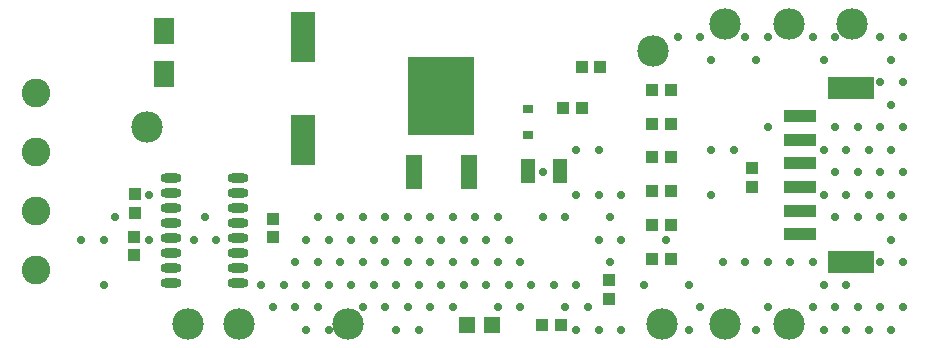
<source format=gts>
G04*
G04 #@! TF.GenerationSoftware,Altium Limited,Altium Designer,20.0.14 (345)*
G04*
G04 Layer_Color=8388736*
%FSAX25Y25*%
%MOIN*%
G70*
G01*
G75*
%ADD28R,0.04437X0.04043*%
%ADD29R,0.04043X0.04437*%
%ADD30R,0.03768X0.02980*%
%ADD31R,0.04700X0.08200*%
%ADD32O,0.06996X0.03059*%
%ADD33R,0.05224X0.05224*%
%ADD34R,0.05421X0.11721*%
%ADD35R,0.22350X0.26091*%
%ADD36R,0.11130X0.04437*%
%ADD37R,0.15461X0.07587*%
%ADD38R,0.06917X0.09084*%
%ADD39R,0.08374X0.16642*%
%ADD40C,0.10500*%
%ADD41C,0.09555*%
%ADD42C,0.02900*%
%ADD43C,0.05500*%
D28*
X0213500Y0024150D02*
D03*
Y0017850D02*
D03*
X0261000Y0061500D02*
D03*
Y0055201D02*
D03*
X0101500Y0044650D02*
D03*
Y0038350D02*
D03*
X0055232Y0046538D02*
D03*
Y0052837D02*
D03*
X0055000Y0038650D02*
D03*
Y0032350D02*
D03*
D29*
X0210500Y0095000D02*
D03*
X0204201D02*
D03*
X0204299Y0081500D02*
D03*
X0198000D02*
D03*
X0227701Y0053700D02*
D03*
X0234000D02*
D03*
X0197299Y0009000D02*
D03*
X0191000D02*
D03*
X0234000Y0065000D02*
D03*
X0227701D02*
D03*
Y0042600D02*
D03*
X0234000D02*
D03*
X0227701Y0076300D02*
D03*
X0234000D02*
D03*
X0227701Y0087600D02*
D03*
X0234000D02*
D03*
X0227701Y0031100D02*
D03*
X0234000D02*
D03*
D30*
X0186500Y0081279D02*
D03*
Y0072500D02*
D03*
D31*
X0197000Y0060500D02*
D03*
X0186500D02*
D03*
D32*
X0067378Y0058000D02*
D03*
Y0053000D02*
D03*
Y0048000D02*
D03*
Y0043000D02*
D03*
Y0038000D02*
D03*
Y0033000D02*
D03*
Y0028000D02*
D03*
Y0023000D02*
D03*
X0089622Y0058000D02*
D03*
Y0053000D02*
D03*
Y0048000D02*
D03*
Y0043000D02*
D03*
Y0038000D02*
D03*
Y0033000D02*
D03*
Y0028000D02*
D03*
Y0023000D02*
D03*
D33*
X0174268Y0009000D02*
D03*
X0166000D02*
D03*
D34*
X0148315Y0060240D02*
D03*
X0166622D02*
D03*
D35*
X0157468Y0085437D02*
D03*
D36*
X0276870Y0039370D02*
D03*
Y0047244D02*
D03*
Y0055118D02*
D03*
Y0078740D02*
D03*
Y0070866D02*
D03*
Y0062992D02*
D03*
D37*
X0293996Y0087992D02*
D03*
Y0030118D02*
D03*
D38*
X0065000Y0107312D02*
D03*
Y0092688D02*
D03*
D39*
X0111500Y0070874D02*
D03*
Y0105126D02*
D03*
D40*
X0294500Y0109500D02*
D03*
X0273333Y0009500D02*
D03*
X0252167D02*
D03*
X0231000D02*
D03*
X0090000D02*
D03*
X0059500Y0075000D02*
D03*
X0073000Y0009500D02*
D03*
X0252167Y0109500D02*
D03*
X0273333D02*
D03*
X0228000Y0100500D02*
D03*
X0126500Y0009500D02*
D03*
D41*
X0022500Y0086583D02*
D03*
Y0066898D02*
D03*
Y0027528D02*
D03*
Y0047213D02*
D03*
D42*
X0311250Y0105000D02*
D03*
X0307500Y0097500D02*
D03*
X0311250Y0090000D02*
D03*
X0307500Y0082500D02*
D03*
X0311250Y0075000D02*
D03*
X0307500Y0067500D02*
D03*
X0311250Y0060000D02*
D03*
X0307500Y0052500D02*
D03*
X0311250Y0045000D02*
D03*
X0307500Y0037500D02*
D03*
X0311250Y0030000D02*
D03*
Y0015000D02*
D03*
X0307500Y0007500D02*
D03*
X0303750Y0105000D02*
D03*
Y0090000D02*
D03*
Y0075000D02*
D03*
X0300000Y0067500D02*
D03*
X0303750Y0060000D02*
D03*
X0300000Y0052500D02*
D03*
X0303750Y0045000D02*
D03*
Y0030000D02*
D03*
Y0015000D02*
D03*
X0300000Y0007500D02*
D03*
X0296250Y0075000D02*
D03*
X0292500Y0067500D02*
D03*
X0296250Y0060000D02*
D03*
X0292500Y0052500D02*
D03*
X0296250Y0045000D02*
D03*
X0292500Y0022500D02*
D03*
X0296250Y0015000D02*
D03*
X0292500Y0007500D02*
D03*
X0288750Y0105000D02*
D03*
X0285000Y0097500D02*
D03*
X0288750Y0075000D02*
D03*
X0285000Y0067500D02*
D03*
X0288750Y0060000D02*
D03*
X0285000Y0052500D02*
D03*
X0288750Y0045000D02*
D03*
X0285000Y0022500D02*
D03*
X0288750Y0015000D02*
D03*
X0285000Y0007500D02*
D03*
X0281250Y0105000D02*
D03*
Y0030000D02*
D03*
Y0015000D02*
D03*
X0273750Y0030000D02*
D03*
X0266250Y0105000D02*
D03*
X0262500Y0097500D02*
D03*
X0266250Y0075000D02*
D03*
Y0030000D02*
D03*
Y0015000D02*
D03*
X0262500Y0007500D02*
D03*
X0258750Y0105000D02*
D03*
X0255000Y0067500D02*
D03*
X0258750Y0030000D02*
D03*
X0247500Y0097500D02*
D03*
Y0067500D02*
D03*
Y0052500D02*
D03*
X0251250Y0030000D02*
D03*
X0243750Y0105000D02*
D03*
X0240000Y0022500D02*
D03*
X0243750Y0015000D02*
D03*
X0240000Y0007500D02*
D03*
X0236250Y0105000D02*
D03*
X0232500Y0037500D02*
D03*
X0225000Y0022500D02*
D03*
X0217500Y0052500D02*
D03*
Y0037500D02*
D03*
Y0007500D02*
D03*
X0210000Y0067500D02*
D03*
Y0052500D02*
D03*
X0213750Y0045000D02*
D03*
X0210000Y0037500D02*
D03*
X0213750Y0030000D02*
D03*
X0210000Y0007500D02*
D03*
X0202500Y0067500D02*
D03*
Y0052500D02*
D03*
Y0022500D02*
D03*
X0206250Y0015000D02*
D03*
X0202500Y0007500D02*
D03*
X0198750Y0045000D02*
D03*
X0195000Y0022500D02*
D03*
X0198750Y0015000D02*
D03*
X0191250Y0060000D02*
D03*
Y0045000D02*
D03*
X0187500Y0022500D02*
D03*
X0180000Y0037500D02*
D03*
X0183750Y0030000D02*
D03*
X0180000Y0022500D02*
D03*
X0183750Y0015000D02*
D03*
X0176250Y0045000D02*
D03*
X0172500Y0037500D02*
D03*
X0176250Y0030000D02*
D03*
X0172500Y0022500D02*
D03*
X0176250Y0015000D02*
D03*
X0168750Y0045000D02*
D03*
X0165000Y0037500D02*
D03*
X0168750Y0030000D02*
D03*
X0165000Y0022500D02*
D03*
X0161250Y0045000D02*
D03*
X0157500Y0037500D02*
D03*
X0161250Y0030000D02*
D03*
X0157500Y0022500D02*
D03*
X0161250Y0015000D02*
D03*
X0153750Y0045000D02*
D03*
X0150000Y0037500D02*
D03*
X0153750Y0030000D02*
D03*
X0150000Y0022500D02*
D03*
X0153750Y0015000D02*
D03*
X0150000Y0007500D02*
D03*
X0146250Y0045000D02*
D03*
X0142500Y0037500D02*
D03*
X0146250Y0030000D02*
D03*
X0142500Y0022500D02*
D03*
X0146250Y0015000D02*
D03*
X0142500Y0007500D02*
D03*
X0138750Y0045000D02*
D03*
X0135000Y0037500D02*
D03*
X0138750Y0030000D02*
D03*
X0135000Y0022500D02*
D03*
X0138750Y0015000D02*
D03*
X0131250Y0045000D02*
D03*
X0127500Y0037500D02*
D03*
X0131250Y0030000D02*
D03*
X0127500Y0022500D02*
D03*
X0131250Y0015000D02*
D03*
X0123750Y0045000D02*
D03*
X0120000Y0037500D02*
D03*
X0123750Y0030000D02*
D03*
X0120000Y0022500D02*
D03*
Y0007500D02*
D03*
X0116250Y0045000D02*
D03*
X0112500Y0037500D02*
D03*
X0116250Y0030000D02*
D03*
X0112500Y0022500D02*
D03*
X0116250Y0015000D02*
D03*
X0112500Y0007500D02*
D03*
X0108750Y0030000D02*
D03*
X0105000Y0022500D02*
D03*
X0108750Y0015000D02*
D03*
X0097500Y0022500D02*
D03*
X0101250Y0015000D02*
D03*
X0082500Y0037500D02*
D03*
X0078750Y0045000D02*
D03*
X0075000Y0037500D02*
D03*
X0060000Y0052500D02*
D03*
Y0037500D02*
D03*
X0048750Y0045000D02*
D03*
X0045000Y0037500D02*
D03*
Y0022500D02*
D03*
X0037500Y0037500D02*
D03*
D43*
X0293996Y0030118D02*
D03*
Y0087992D02*
D03*
M02*

</source>
